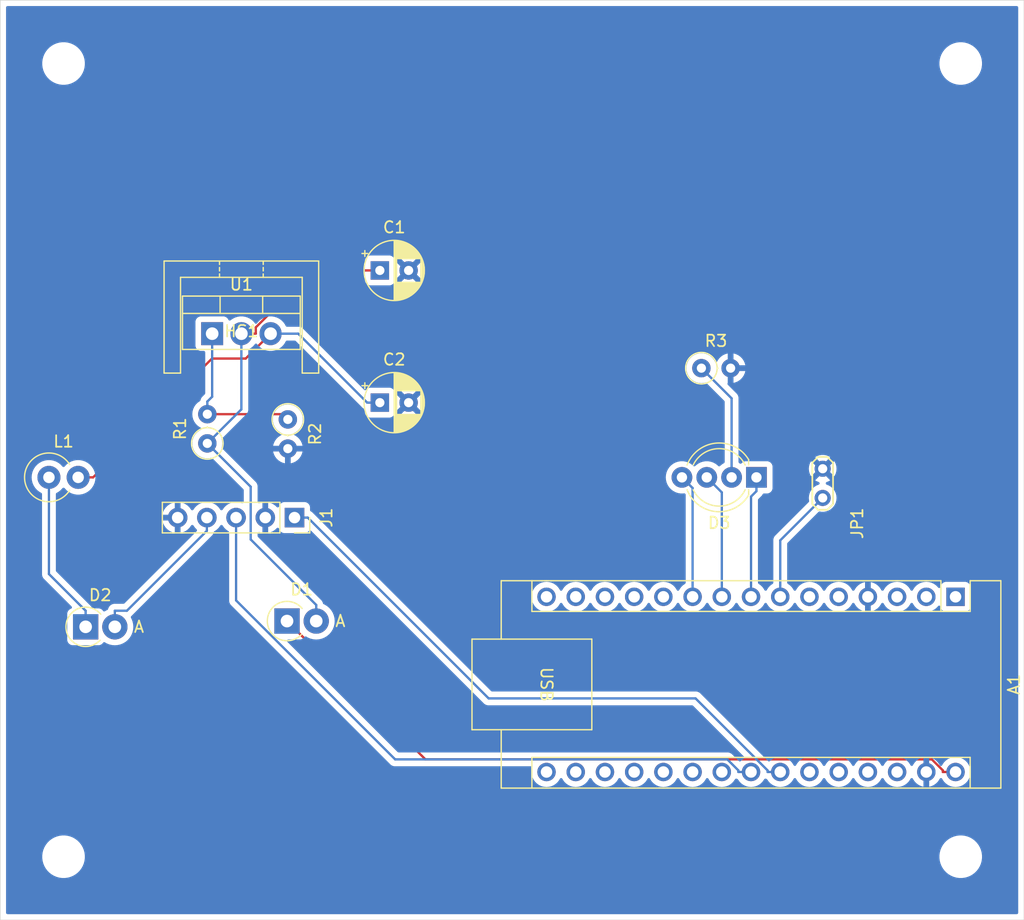
<source format=kicad_pcb>
(kicad_pcb (version 20240108) (generator "pcbnew") (generator_version "8.0")
  (layers (0 "F.Cu" signal) (31 "B.Cu" signal) (34 "B.Paste" user) (35 "F.Paste" user) (36 "B.SilkS" user "B.Silkscreen") (37 "F.SilkS" user "F.Silkscreen") (38 "B.Mask" user) (39 "F.Mask" user) (44 "Edge.Cuts" user))
  (net 0 "")
  (net 4 "Net-(A1-D6)")
  (net 5 "Net-(A1-D7)")
  (net 9 "GND")
  (net 11 "SDA")
  (net 18 "SCL")
  (net 21 "Net-(A1-D5)")
  (net 26 "Net-(A1-D4)")
  (net 27 "Net-(A1-VIN)")
  (net 30 "Net-(D1-A)")
  (net 31 "Net-(U1-VI)")
  (net 32 "Net-(D2-A)")
  (net 33 "Net-(D2-K)")
  (net 34 "Net-(D3-K)")
  (net 35 "Net-(U1-ADJ)")
  (footprint "MountingHole:MountingHole_3.2mm_M3" (layer "F.Cu") (at 178 50)
    (property "Reference" "H2" (hide yes))
    (property "Value" "MountingHole" (hide yes))
    (pad "" np_thru_hole circle (at 0 0) (size 3.2 3.2) (drill 3.2) (layers "*.Cu" "*.Mask"))
  )
  (footprint "Module:Arduino_Nano" (layer "F.Cu") (at 177.55 96.39 -90)
    (property "Reference" "A1" (at 7.62 -5.08 90) (layer "F.SilkS"))
    (property "Value" "Arduino_Nano_v3.x")
    (fp_line (start 3.68 42.04) (end 3.68 31.62) (stroke (width 0.12)) (layer "F.SilkS"))
    (fp_line (start 11.56 42.04) (end 3.68 42.04) (stroke (width 0.12)) (layer "F.SilkS"))
    (fp_line (start -1.4 39.5) (end 3.68 39.5) (stroke (width 0.12)) (layer "F.SilkS"))
    (fp_line (start 16.64 39.5) (end 11.56 39.5) (stroke (width 0.12)) (layer "F.SilkS"))
    (fp_line (start 16.64 39.5) (end 16.64 -3.94) (stroke (width 0.12)) (layer "F.SilkS"))
    (fp_line (start 1.27 36.83) (end -1.4 36.83) (stroke (width 0.12)) (layer "F.SilkS"))
    (fp_line (start 13.97 36.83) (end 16.64 36.83) (stroke (width 0.12)) (layer "F.SilkS"))
    (fp_line (start 3.68 31.62) (end 11.56 31.62) (stroke (width 0.12)) (layer "F.SilkS"))
    (fp_line (start 11.56 31.62) (end 11.56 42.04) (stroke (width 0.12)) (layer "F.SilkS"))
    (fp_line (start -1.4 1.27) (end -1.4 39.5) (stroke (width 0.12)) (layer "F.SilkS"))
    (fp_line (start 1.27 1.27) (end 1.27 36.83) (stroke (width 0.12)) (layer "F.SilkS"))
    (fp_line (start 1.27 1.27) (end -1.4 1.27) (stroke (width 0.12)) (layer "F.SilkS"))
    (fp_line (start 1.27 1.27) (end 1.27 -1.27) (stroke (width 0.12)) (layer "F.SilkS"))
    (fp_line (start 1.27 -1.27) (end -1.4 -1.27) (stroke (width 0.12)) (layer "F.SilkS"))
    (fp_line (start 13.97 -1.27) (end 13.97 36.83) (stroke (width 0.12)) (layer "F.SilkS"))
    (fp_line (start 13.97 -1.27) (end 16.64 -1.27) (stroke (width 0.12)) (layer "F.SilkS"))
    (fp_line (start -1.4 -3.94) (end -1.4 -1.27) (stroke (width 0.12)) (layer "F.SilkS"))
    (fp_line (start 16.64 -3.94) (end -1.4 -3.94) (stroke (width 0.12)) (layer "F.SilkS"))
    (fp_text user "USB" (at 7.62 35.56 -90) (layer "F.SilkS"))
    (pad "1" thru_hole rect (at 0 0 270) (size 1.6 1.6) (drill 1) (layers "*.Cu" "*.Mask"))
    (pad "2" thru_hole oval (at 0 2.54 270) (size 1.6 1.6) (drill 1) (layers "*.Cu" "*.Mask"))
    (pad "3" thru_hole oval (at 0 5.08 270) (size 1.6 1.6) (drill 1) (layers "*.Cu" "*.Mask"))
    (pad "4" thru_hole oval (at 0 7.62 270) (size 1.6 1.6) (drill 1) (layers "*.Cu" "*.Mask") (net 9 "GND"))
    (pad "5" thru_hole oval (at 0 10.16 270) (size 1.6 1.6) (drill 1) (layers "*.Cu" "*.Mask"))
    (pad "6" thru_hole oval (at 0 12.7 270) (size 1.6 1.6) (drill 1) (layers "*.Cu" "*.Mask"))
    (pad "7" thru_hole oval (at 0 15.24 270) (size 1.6 1.6) (drill 1) (layers "*.Cu" "*.Mask") (net 26 "Net-(A1-D4)"))
    (pad "8" thru_hole oval (at 0 17.78 270) (size 1.6 1.6) (drill 1) (layers "*.Cu" "*.Mask") (net 21 "Net-(A1-D5)"))
    (pad "9" thru_hole oval (at 0 20.32 270) (size 1.6 1.6) (drill 1) (layers "*.Cu" "*.Mask") (net 4 "Net-(A1-D6)"))
    (pad "10" thru_hole oval (at 0 22.86 270) (size 1.6 1.6) (drill 1) (layers "*.Cu" "*.Mask") (net 5 "Net-(A1-D7)"))
    (pad "11" thru_hole oval (at 0 25.4 270) (size 1.6 1.6) (drill 1) (layers "*.Cu" "*.Mask"))
    (pad "12" thru_hole oval (at 0 27.94 270) (size 1.6 1.6) (drill 1) (layers "*.Cu" "*.Mask"))
    (pad "13" thru_hole oval (at 0 30.48 270) (size 1.6 1.6) (drill 1) (layers "*.Cu" "*.Mask"))
    (pad "14" thru_hole oval (at 0 33.02 270) (size 1.6 1.6) (drill 1) (layers "*.Cu" "*.Mask"))
    (pad "15" thru_hole oval (at 0 35.56 270) (size 1.6 1.6) (drill 1) (layers "*.Cu" "*.Mask"))
    (pad "16" thru_hole oval (at 15.24 35.56 270) (size 1.6 1.6) (drill 1) (layers "*.Cu" "*.Mask"))
    (pad "17" thru_hole oval (at 15.24 33.02 270) (size 1.6 1.6) (drill 1) (layers "*.Cu" "*.Mask"))
    (pad "18" thru_hole oval (at 15.24 30.48 270) (size 1.6 1.6) (drill 1) (layers "*.Cu" "*.Mask"))
    (pad "19" thru_hole oval (at 15.24 27.94 270) (size 1.6 1.6) (drill 1) (layers "*.Cu" "*.Mask"))
    (pad "20" thru_hole oval (at 15.24 25.4 270) (size 1.6 1.6) (drill 1) (layers "*.Cu" "*.Mask"))
    (pad "21" thru_hole oval (at 15.24 22.86 270) (size 1.6 1.6) (drill 1) (layers "*.Cu" "*.Mask"))
    (pad "22" thru_hole oval (at 15.24 20.32 270) (size 1.6 1.6) (drill 1) (layers "*.Cu" "*.Mask"))
    (pad "23" thru_hole oval (at 15.24 17.78 270) (size 1.6 1.6) (drill 1) (layers "*.Cu" "*.Mask") (net 11 "SDA"))
    (pad "24" thru_hole oval (at 15.24 15.24 270) (size 1.6 1.6) (drill 1) (layers "*.Cu" "*.Mask") (net 18 "SCL"))
    (pad "25" thru_hole oval (at 15.24 12.7 270) (size 1.6 1.6) (drill 1) (layers "*.Cu" "*.Mask"))
    (pad "26" thru_hole oval (at 15.24 10.16 270) (size 1.6 1.6) (drill 1) (layers "*.Cu" "*.Mask"))
    (pad "27" thru_hole oval (at 15.24 7.62 270) (size 1.6 1.6) (drill 1) (layers "*.Cu" "*.Mask"))
    (pad "28" thru_hole oval (at 15.24 5.08 270) (size 1.6 1.6) (drill 1) (layers "*.Cu" "*.Mask"))
    (pad "29" thru_hole oval (at 15.24 2.54 270) (size 1.6 1.6) (drill 1) (layers "*.Cu" "*.Mask") (net 9 "GND"))
    (pad "30" thru_hole oval (at 15.24 0 270) (size 1.6 1.6) (drill 1) (layers "*.Cu" "*.Mask") (net 27 "Net-(A1-VIN)"))
  )
  (footprint "Connector_PinSocket_2.54mm:PinSocket_1x05_P2.54mm_Vertical" (layer "F.Cu") (at 120.08 89.5 -90)
    (property "Reference" "J1" (at 0 -2.77 90) (layer "F.SilkS"))
    (property "Value" "to_5din_connector")
    (fp_line (start -1.33 11.49) (end 1.33 11.49) (stroke (width 0.12)) (layer "F.SilkS"))
    (fp_line (start -1.33 1.27) (end -1.33 11.49) (stroke (width 0.12)) (layer "F.SilkS"))
    (fp_line (start -1.33 1.27) (end 1.33 1.27) (stroke (width 0.12)) (layer "F.SilkS"))
    (fp_line (start 1.33 1.27) (end 1.33 11.49) (stroke (width 0.12)) (layer "F.SilkS"))
    (fp_line (start 0 -1.33) (end 1.33 -1.33) (stroke (width 0.12)) (layer "F.SilkS"))
    (fp_line (start 1.33 -1.33) (end 1.33 0) (stroke (width 0.12)) (layer "F.SilkS"))
    (pad "1" thru_hole rect (at 0 0 270) (size 1.7 1.7) (drill 1) (layers "*.Cu" "*.Mask") (net 18 "SCL"))
    (pad "2" thru_hole oval (at 0 2.54 270) (size 1.7 1.7) (drill 1) (layers "*.Cu" "*.Mask") (net 9 "GND"))
    (pad "3" thru_hole oval (at 0 5.08 270) (size 1.7 1.7) (drill 1) (layers "*.Cu" "*.Mask") (net 11 "SDA"))
    (pad "4" thru_hole oval (at 0 7.62 270) (size 1.7 1.7) (drill 1) (layers "*.Cu" "*.Mask") (net 32 "Net-(D2-A)"))
    (pad "5" thru_hole oval (at 0 10.16 270) (size 1.7 1.7) (drill 1) (layers "*.Cu" "*.Mask") (net 9 "GND"))
  )
  (footprint "Resistor_THT:R_Axial_DIN0207_L6.3mm_D2.5mm_P2.54mm_Vertical" (layer "F.Cu") (at 112.5 83.045 90)
    (property "Reference" "R1" (at 1.27 -2.37 -90) (layer "F.SilkS"))
    (property "Value" "240")
    (fp_line (start 1.37 0) (end 1.44 0) (stroke (width 0.12)) (layer "F.SilkS"))
    (fp_circle (center 0 0) (end 1.37 0) (stroke (width 0.12)) (fill none) (layer "F.SilkS"))
    (pad "1" thru_hole circle (at 0 0 90) (size 1.6 1.6) (drill 0.8) (layers "*.Cu" "*.Mask") (net 30 "Net-(D1-A)"))
    (pad "2" thru_hole oval (at 2.54 0 90) (size 1.6 1.6) (drill 0.8) (layers "*.Cu" "*.Mask") (net 35 "Net-(U1-ADJ)"))
  )
  (footprint "Resistor_THT:R_Axial_DIN0207_L6.3mm_D2.5mm_P2.54mm_Vertical" (layer "F.Cu") (at 155.455 76.5)
    (property "Reference" "R3" (at 1.27 -2.37 0) (layer "F.SilkS"))
    (property "Value" "2200")
    (fp_line (start 1.37 0) (end 1.44 0) (stroke (width 0.12)) (layer "F.SilkS"))
    (fp_circle (center 0 0) (end 1.37 0) (stroke (width 0.12)) (fill none) (layer "F.SilkS"))
    (pad "1" thru_hole circle (at 0 0) (size 1.6 1.6) (drill 0.8) (layers "*.Cu" "*.Mask") (net 34 "Net-(D3-K)"))
    (pad "2" thru_hole oval (at 2.54 0) (size 1.6 1.6) (drill 0.8) (layers "*.Cu" "*.Mask") (net 9 "GND"))
  )
  (footprint "Heatsink:Heatsink_Stonecold_HS-S02_13.21x9.53mm" (layer "F.Cu") (at 115.46 67.29)
    (property "Reference" "HS1" (at 0 6 0) (layer "F.SilkS"))
    (property "Value" "Heatsink")
    (fp_line (start -6.72 -0.11) (end -6.72 9.64) (stroke (width 0.12)) (layer "F.SilkS"))
    (fp_line (start -6.72 -0.11) (end 6.72 -0.11) (stroke (width 0.12)) (layer "F.SilkS"))
    (fp_line (start -6.72 9.64) (end -5.29 9.64) (stroke (width 0.12)) (layer "F.SilkS"))
    (fp_line (start -5.29 1.31) (end 5.29 1.31) (stroke (width 0.12)) (layer "F.SilkS"))
    (fp_line (start -5.29 9.64) (end -5.29 1.31) (stroke (width 0.12)) (layer "F.SilkS"))
    (fp_line (start -1.9 -0.11) (end -1.9 0.19) (stroke (width 0.12)) (layer "F.SilkS"))
    (fp_line (start -1.9 0.45) (end -1.9 0.75) (stroke (width 0.12)) (layer "F.SilkS"))
    (fp_line (start -1.9 1.01) (end -1.9 1.31) (stroke (width 0.12)) (layer "F.SilkS"))
    (fp_line (start 1.9 -0.11) (end 1.9 0.19) (stroke (width 0.12)) (layer "F.SilkS"))
    (fp_line (start 1.9 0.45) (end 1.9 0.75) (stroke (width 0.12)) (layer "F.SilkS"))
    (fp_line (start 1.9 1.01) (end 1.9 1.31) (stroke (width 0.12)) (layer "F.SilkS"))
    (fp_line (start 5.29 1.31) (end 5.29 9.64) (stroke (width 0.12)) (layer "F.SilkS"))
    (fp_line (start 5.29 9.64) (end 6.72 9.64) (stroke (width 0.12)) (layer "F.SilkS"))
    (fp_line (start 6.72 -0.11) (end 6.72 9.64) (stroke (width 0.12)) (layer "F.SilkS"))
  )
  (footprint "TestPoint:TestPoint_2Pads_Pitch2.54mm_Drill0.8mm" (layer "F.Cu") (at 166 85.25 -90)
    (property "Reference" "JP1" (at 4.75 -3 90) (layer "F.SilkS"))
    (property "Value" "debug_on")
    (fp_line (start -0.53 0.9) (end -1.03 0.4) (stroke (width 0.15)) (layer "F.SilkS"))
    (fp_line (start 3.07 0.9) (end -0.53 0.9) (stroke (width 0.15)) (layer "F.SilkS"))
    (fp_line (start -1.03 0.4) (end -1.03 -0.4) (stroke (width 0.15)) (layer "F.SilkS"))
    (fp_line (start 3.57 0.4) (end 3.07 0.9) (stroke (width 0.15)) (layer "F.SilkS"))
    (fp_line (start -1.03 -0.4) (end -0.53 -0.9) (stroke (width 0.15)) (layer "F.SilkS"))
    (fp_line (start 3.57 -0.4) (end 3.57 0.4) (stroke (width 0.15)) (layer "F.SilkS"))
    (fp_line (start -0.53 -0.9) (end 3.07 -0.9) (stroke (width 0.15)) (layer "F.SilkS"))
    (fp_line (start 3.07 -0.9) (end 3.57 -0.4) (stroke (width 0.15)) (layer "F.SilkS"))
    (pad "1" thru_hole circle (at 0 0 270) (size 1.4 1.4) (drill 0.8) (layers "*.Cu" "*.Mask") (net 9 "GND"))
    (pad "2" thru_hole circle (at 2.54 0 270) (size 1.4 1.4) (drill 0.8) (layers "*.Cu" "*.Mask") (net 26 "Net-(A1-D4)"))
  )
  (footprint "MountingHole:MountingHole_3.2mm_M3" (layer "F.Cu") (at 178 119)
    (property "Reference" "H4" (hide yes))
    (property "Value" "MountingHole" (hide yes))
    (pad "" np_thru_hole circle (at 0 0) (size 3.2 3.2) (drill 3.2) (layers "*.Cu" "*.Mask"))
  )
  (footprint "Capacitor_THT:CP_Radial_D5.0mm_P2.50mm" (layer "F.Cu") (at 127.5 68)
    (property "Reference" "C1" (at 1.25 -3.75 0) (layer "F.SilkS"))
    (property "Value" "1u")
    (fp_line (start -1.554775 -1.475) (end -1.054775 -1.475) (stroke (width 0.12)) (layer "F.SilkS"))
    (fp_line (start -1.304775 -1.725) (end -1.304775 -1.225) (stroke (width 0.12)) (layer "F.SilkS"))
    (fp_line (start 1.25 -2.58) (end 1.25 2.58) (stroke (width 0.12)) (layer "F.SilkS"))
    (fp_line (start 1.29 -2.58) (end 1.29 2.58) (stroke (width 0.12)) (layer "F.SilkS"))
    (fp_line (start 1.33 -2.579) (end 1.33 2.579) (stroke (width 0.12)) (layer "F.SilkS"))
    (fp_line (start 1.37 -2.578) (end 1.37 2.578) (stroke (width 0.12)) (layer "F.SilkS"))
    (fp_line (start 1.41 -2.576) (end 1.41 2.576) (stroke (width 0.12)) (layer "F.SilkS"))
    (fp_line (start 1.45 -2.573) (end 1.45 2.573) (stroke (width 0.12)) (layer "F.SilkS"))
    (fp_line (start 1.49 -2.569) (end 1.49 -1.04) (stroke (width 0.12)) (layer "F.SilkS"))
    (fp_line (start 1.49 1.04) (end 1.49 2.569) (stroke (width 0.12)) (layer "F.SilkS"))
    (fp_line (start 1.53 -2.565) (end 1.53 -1.04) (stroke (width 0.12)) (layer "F.SilkS"))
    (fp_line (start 1.53 1.04) (end 1.53 2.565) (stroke (width 0.12)) (layer "F.SilkS"))
    (fp_line (start 1.57 -2.561) (end 1.57 -1.04) (stroke (width 0.12)) (layer "F.SilkS"))
    (fp_line (start 1.57 1.04) (end 1.57 2.561) (stroke (width 0.12)) (layer "F.SilkS"))
    (fp_line (start 1.61 -2.556) (end 1.61 -1.04) (stroke (width 0.12)) (layer "F.SilkS"))
    (fp_line (start 1.61 1.04) (end 1.61 2.556) (stroke (width 0.12)) (layer "F.SilkS"))
    (fp_line (start 1.65 -2.55) (end 1.65 -1.04) (stroke (width 0.12)) (layer "F.SilkS"))
    (fp_line (start 1.65 1.04) (end 1.65 2.55) (stroke (width 0.12)) (layer "F.SilkS"))
    (fp_line (start 1.69 -2.543) (end 1.69 -1.04) (stroke (width 0.12)) (layer "F.SilkS"))
    (fp_line (start 1.69 1.04) (end 1.69 2.543) (stroke (width 0.12)) (layer "F.SilkS"))
    (fp_line (start 1.73 -2.536) (end 1.73 -1.04) (stroke (width 0.12)) (layer "F.SilkS"))
    (fp_line (start 1.73 1.04) (end 1.73 2.536) (stroke (width 0.12)) (layer "F.SilkS"))
    (fp_line (start 1.77 -2.528) (end 1.77 -1.04) (stroke (width 0.12)) (layer "F.SilkS"))
    (fp_line (start 1.77 1.04) (end 1.77 2.528) (stroke (width 0.12)) (layer "F.SilkS"))
    (fp_line (start 1.81 -2.52) (end 1.81 -1.04) (stroke (width 0.12)) (layer "F.SilkS"))
    (fp_line (start 1.81 1.04) (end 1.81 2.52) (stroke (width 0.12)) (layer "F.SilkS"))
    (fp_line (start 1.85 -2.511) (end 1.85 -1.04) (stroke (width 0.12)) (layer "F.SilkS"))
    (fp_line (start 1.85 1.04) (end 1.85 2.511) (stroke (width 0.12)) (layer "F.SilkS"))
    (fp_line (start 1.89 -2.501) (end 1.89 -1.04) (stroke (width 0.12)) (layer "F.SilkS"))
    (fp_line (start 1.89 1.04) (end 1.89 2.501) (stroke (width 0.12)) (layer "F.SilkS"))
    (fp_line (start 1.93 -2.491) (end 1.93 -1.04) (stroke (width 0.12)) (layer "F.SilkS"))
    (fp_line (start 1.93 1.04) (end 1.93 2.491) (stroke (width 0.12)) (layer "F.SilkS"))
    (fp_line (start 1.971 -2.48) (end 1.971 -1.04) (stroke (width 0.12)) (layer "F.SilkS"))
    (fp_line (start 1.971 1.04) (end 1.971 2.48) (stroke (width 0.12)) (layer "F.SilkS"))
    (fp_line (start 2.011 -2.468) (end 2.011 -1.04) (stroke (width 0.12)) (layer "F.SilkS"))
    (fp_line (start 2.011 1.04) (end 2.011 2.468) (stroke (width 0.12)) (layer "F.SilkS"))
    (fp_line (start 2.051 -2.455) (end 2.051 -1.04) (stroke (width 0.12)) (layer "F.SilkS"))
    (fp_line (start 2.051 1.04) (end 2.051 2.455) (stroke (width 0.12)) (layer "F.SilkS"))
    (fp_line (start 2.091 -2.442) (end 2.091 -1.04) (stroke (width 0.12)) (layer "F.SilkS"))
    (fp_line (start 2.091 1.04) (end 2.091 2.442) (stroke (width 0.12)) (layer "F.SilkS"))
    (fp_line (start 2.131 -2.428) (end 2.131 -1.04) (stroke (width 0.12)) (layer "F.SilkS"))
    (fp_line (start 2.131 1.04) (end 2.131 2.428) (stroke (width 0.12)) (layer "F.SilkS"))
    (fp_line (start 2.171 -2.414) (end 2.171 -1.04) (stroke (width 0.12)) (layer "F.SilkS"))
    (fp_line (start 2.171 1.04) (end 2.171 2.414) (stroke (width 0.12)) (layer "F.SilkS"))
    (fp_line (start 2.211 -2.398) (end 2.211 -1.04) (stroke (width 0.12)) (layer "F.SilkS"))
    (fp_line (start 2.211 1.04) (end 2.211 2.398) (stroke (width 0.12)) (layer "F.SilkS"))
    (fp_line (start 2.251 -2.382) (end 2.251 -1.04) (stroke (width 0.12)) (layer "F.SilkS"))
    (fp_line (start 2.251 1.04) (end 2.251 2.382) (stroke (width 0.12)) (layer "F.SilkS"))
    (fp_line (start 2.291 -2.365) (end 2.291 -1.04) (stroke (width 0.12)) (layer "F.SilkS"))
    (fp_line (start 2.291 1.04) (end 2.291 2.365) (stroke (width 0.12)) (layer "F.SilkS"))
    (fp_line (start 2.331 -2.348) (end 2.331 -1.04) (stroke (width 0.12)) (layer "F.SilkS"))
    (fp_line (start 2.331 1.04) (end 2.331 2.348) (stroke (width 0.12)) (layer "F.SilkS"))
    (fp_line (start 2.371 -2.329) (end 2.371 -1.04) (stroke (width 0.12)) (layer "F.SilkS"))
    (fp_line (start 2.371 1.04) (end 2.371 2.329) (stroke (width 0.12)) (layer "F.SilkS"))
    (fp_line (start 2.411 -2.31) (end 2.411 -1.04) (stroke (width 0.12)) (layer "F.SilkS"))
    (fp_line (start 2.411 1.04) (end 2.411 2.31) (stroke (width 0.12)) (layer "F.SilkS"))
    (fp_line (start 2.451 -2.29) (end 2.451 -1.04) (stroke (width 0.12)) (layer "F.SilkS"))
    (fp_line (start 2.451 1.04) (end 2.451 2.29) (stroke (width 0.12)) (layer "F.SilkS"))
    (fp_line (start 2.491 -2.268) (end 2.491 -1.04) (stroke (width 0.12)) (layer "F.SilkS"))
    (fp_line (start 2.491 1.04) (end 2.491 2.268) (stroke (width 0.12)) (layer "F.SilkS"))
    (fp_line (start 2.531 -2.247) (end 2.531 -1.04) (stroke (width 0.12)) (layer "F.SilkS"))
    (fp_line (start 2.531 1.04) (end 2.531 2.247) (stroke (width 0.12)) (layer "F.SilkS"))
    (fp_line (start 2.571 -2.224) (end 2.571 -1.04) (stroke (width 0.12)) (layer "F.SilkS"))
    (fp_line (start 2.571 1.04) (end 2.571 2.224) (stroke (width 0.12)) (layer "F.SilkS"))
    (fp_line (start 2.611 -2.2) (end 2.611 -1.04) (stroke (width 0.12)) (layer "F.SilkS"))
    (fp_line (start 2.611 1.04) (end 2.611 2.2) (stroke (width 0.12)) (layer "F.SilkS"))
    (fp_line (start 2.651 -2.175) (end 2.651 -1.04) (stroke (width 0.12)) (layer "F.SilkS"))
    (fp_line (start 2.651 1.04) (end 2.651 2.175) (stroke (width 0.12)) (layer "F.SilkS"))
    (fp_line (start 2.691 -2.149) (end 2.691 -1.04) (stroke (width 0.12)) (layer "F.SilkS"))
    (fp_line (start 2.691 1.04) (end 2.691 2.149) (stroke (width 0.12)) (layer "F.SilkS"))
    (fp_line (start 2.731 -2.122) (end 2.731 -1.04) (stroke (width 0.12)) (layer "F.SilkS"))
    (fp_line (start 2.731 1.04) (end 2.731 2.122) (stroke (width 0.12)) (layer "F.SilkS"))
    (fp_line (start 2.771 -2.095) (end 2.771 -1.04) (stroke (width 0.12)) (layer "F.SilkS"))
    (fp_line (start 2.771 1.04) (end 2.771 2.095) (stroke (width 0.12)) (layer "F.SilkS"))
    (fp_line (start 2.811 -2.065) (end 2.811 -1.04) (stroke (width 0.12)) (layer "F.SilkS"))
    (fp_line (start 2.811 1.04) (end 2.811 2.065) (stroke (width 0.12)) (layer "F.SilkS"))
    (fp_line (start 2.851 -2.035) (end 2.851 -1.04) (stroke (width 0.12)) (layer "F.SilkS"))
    (fp_line (start 2.851 1.04) (end 2.851 2.035) (stroke (width 0.12)) (layer "F.SilkS"))
    (fp_line (start 2.891 -2.004) (end 2.891 -1.04) (stroke (width 0.12)) (layer "F.SilkS"))
    (fp_line (start 2.891 1.04) (end 2.891 2.004) (stroke (width 0.12)) (layer "F.SilkS"))
    (fp_line (start 2.931 -1.971) (end 2.931 -1.04) (stroke (width 0.12)) (layer "F.SilkS"))
    (fp_line (start 2.931 1.04) (end 2.931 1.971) (stroke (width 0.12)) (layer "F.SilkS"))
    (fp_line (start 2.971 -1.937) (end 2.971 -1.04) (stroke (width 0.12)) (layer "F.SilkS"))
    (fp_line (start 2.971 1.04) (end 2.971 1.937) (stroke (width 0.12)) (layer "F.SilkS"))
    (fp_line (start 3.011 -1.901) (end 3.011 -1.04) (stroke (width 0.12)) (layer "F.SilkS"))
    (fp_line (start 3.011 1.04) (end 3.011 1.901) (stroke (width 0.12)) (layer "F.SilkS"))
    (fp_line (start 3.051 -1.864) (end 3.051 -1.04) (stroke (width 0.12)) (layer "F.SilkS"))
    (fp_line (start 3.051 1.04) (end 3.051 1.864) (stroke (width 0.12)) (layer "F.SilkS"))
    (fp_line (start 3.091 -1.826) (end 3.091 -1.04) (stroke (width 0.12)) (layer "F.SilkS"))
    (fp_line (start 3.091 1.04) (end 3.091 1.826) (stroke (width 0.12)) (layer "F.SilkS"))
    (fp_line (start 3.131 -1.785) (end 3.131 -1.04) (stroke (width 0.12)) (layer "F.SilkS"))
    (fp_line (start 3.131 1.04) (end 3.131 1.785) (stroke (width 0.12)) (layer "F.SilkS"))
    (fp_line (start 3.171 -1.743) (end 3.171 -1.04) (stroke (width 0.12)) (layer "F.SilkS"))
    (fp_line (start 3.171 1.04) (end 3.171 1.743) (stroke (width 0.12)) (layer "F.SilkS"))
    (fp_line (start 3.211 -1.699) (end 3.211 -1.04) (stroke (width 0.12)) (layer "F.SilkS"))
    (fp_line (start 3.211 1.04) (end 3.211 1.699) (stroke (width 0.12)) (layer "F.SilkS"))
    (fp_line (start 3.251 -1.653) (end 3.251 -1.04) (stroke (width 0.12)) (layer "F.SilkS"))
    (fp_line (start 3.251 1.04) (end 3.251 1.653) (stroke (width 0.12)) (layer "F.SilkS"))
    (fp_line (start 3.291 -1.605) (end 3.291 -1.04) (stroke (width 0.12)) (layer "F.SilkS"))
    (fp_line (start 3.291 1.04) (end 3.291 1.605) (stroke (width 0.12)) (layer "F.SilkS"))
    (fp_line (start 3.331 -1.554) (end 3.331 -1.04) (stroke (width 0.12)) (layer "F.SilkS"))
    (fp_line (start 3.331 1.04) (end 3.331 1.554) (stroke (width 0.12)) (layer "F.SilkS"))
    (fp_line (start 3.371 -1.5) (end 3.371 -1.04) (stroke (width 0.12)) (layer "F.SilkS"))
    (fp_line (start 3.371 1.04) (end 3.371 1.5) (stroke (width 0.12)) (layer "F.SilkS"))
    (fp_line (start 3.411 -1.443) (end 3.411 -1.04) (stroke (width 0.12)) (layer "F.SilkS"))
    (fp_line (start 3.411 1.04) (end 3.411 1.443) (stroke (width 0.12)) (layer "F.SilkS"))
    (fp_line (start 3.451 -1.383) (end 3.451 -1.04) (stroke (width 0.12)) (layer "F.SilkS"))
    (fp_line (start 3.451 1.04) (end 3.451 1.383) (stroke (width 0.12)) (layer "F.SilkS"))
    (fp_line (start 3.491 -1.319) (end 3.491 -1.04) (stroke (width 0.12)) (layer "F.SilkS"))
    (fp_line (start 3.491 1.04) (end 3.491 1.319) (stroke (width 0.12)) (layer "F.SilkS"))
    (fp_line (start 3.531 -1.251) (end 3.531 -1.04) (stroke (width 0.12)) (layer "F.SilkS"))
    (fp_line (start 3.531 1.04) (end 3.531 1.251) (stroke (width 0.12)) (layer "F.SilkS"))
    (fp_line (start 3.571 -1.178) (end 3.571 1.178) (stroke (width 0.12)) (layer "F.SilkS"))
    (fp_line (start 3.611 -1.098) (end 3.611 1.098) (stroke (width 0.12)) (layer "F.SilkS"))
    (fp_line (start 3.651 -1.011) (end 3.651 1.011) (stroke (width 0.12)) (layer "F.SilkS"))
    (fp_line (start 3.691 -0.915) (end 3.691 0.915) (stroke (width 0.12)) (layer "F.SilkS"))
    (fp_line (start 3.731 -0.805) (end 3.731 0.805) (stroke (width 0.12)) (layer "F.SilkS"))
    (fp_line (start 3.771 -0.677) (end 3.771 0.677) (stroke (width 0.12)) (layer "F.SilkS"))
    (fp_line (start 3.811 -0.518) (end 3.811 0.518) (stroke (width 0.12)) (layer "F.SilkS"))
    (fp_line (start 3.851 -0.284) (end 3.851 0.284) (stroke (width 0.12)) (layer "F.SilkS"))
    (fp_circle (center 1.25 0) (end 3.87 0) (stroke (width 0.12)) (fill none) (layer "F.SilkS"))
    (pad "1" thru_hole rect (at 0 0) (size 1.6 1.6) (drill 0.8) (layers "*.Cu" "*.Mask") (net 30 "Net-(D1-A)"))
    (pad "2" thru_hole circle (at 2.5 0) (size 1.6 1.6) (drill 0.8) (layers "*.Cu" "*.Mask") (net 9 "GND"))
  )
  (footprint "Diode_THT:D_DO-41_SOD81_P2.54mm_Vertical_AnodeUp" (layer "F.Cu") (at 119.4282 98.5)
    (property "Reference" "D1" (at 1.27 -2.750635 0) (layer "F.SilkS"))
    (property "Value" "1N5819")
    (fp_arc (start 1.251551 1.167366) (mid -1.710877 -0.044974) (end 1.311153 -1.1) (stroke (width 0.12)) (layer "F.SilkS"))
    (fp_text user "A" (at 4.64 0 0) (layer "F.SilkS"))
    (pad "1" thru_hole rect (at 0 0) (size 2.2 2.2) (drill 1.1) (layers "*.Cu" "*.Mask") (net 27 "Net-(A1-VIN)"))
    (pad "2" thru_hole oval (at 2.54 0) (size 2.2 2.2) (drill 1.1) (layers "*.Cu" "*.Mask") (net 30 "Net-(D1-A)"))
  )
  (footprint "Capacitor_THT:CP_Radial_D5.0mm_P2.50mm" (layer "F.Cu") (at 127.5 79.5)
    (property "Reference" "C2" (at 1.25 -3.75 0) (layer "F.SilkS"))
    (property "Value" "0.1u")
    (fp_line (start -1.554775 -1.475) (end -1.054775 -1.475) (stroke (width 0.12)) (layer "F.SilkS"))
    (fp_line (start -1.304775 -1.725) (end -1.304775 -1.225) (stroke (width 0.12)) (layer "F.SilkS"))
    (fp_line (start 1.25 -2.58) (end 1.25 2.58) (stroke (width 0.12)) (layer "F.SilkS"))
    (fp_line (start 1.29 -2.58) (end 1.29 2.58) (stroke (width 0.12)) (layer "F.SilkS"))
    (fp_line (start 1.33 -2.579) (end 1.33 2.579) (stroke (width 0.12)) (layer "F.SilkS"))
    (fp_line (start 1.37 -2.578) (end 1.37 2.578) (stroke (width 0.12)) (layer "F.SilkS"))
    (fp_line (start 1.41 -2.576) (end 1.41 2.576) (stroke (width 0.12)) (layer "F.SilkS"))
    (fp_line (start 1.45 -2.573) (end 1.45 2.573) (stroke (width 0.12)) (layer "F.SilkS"))
    (fp_line (start 1.49 -2.569) (end 1.49 -1.04) (stroke (width 0.12)) (layer "F.SilkS"))
    (fp_line (start 1.49 1.04) (end 1.49 2.569) (stroke (width 0.12)) (layer "F.SilkS"))
    (fp_line (start 1.53 -2.565) (end 1.53 -1.04) (stroke (width 0.12)) (layer "F.SilkS"))
    (fp_line (start 1.53 1.04) (end 1.53 2.565) (stroke (width 0.12)) (layer "F.SilkS"))
    (fp_line (start 1.57 -2.561) (end 1.57 -1.04) (stroke (width 0.12)) (layer "F.SilkS"))
    (fp_line (start 1.57 1.04) (end 1.57 2.561) (stroke (width 0.12)) (layer "F.SilkS"))
    (fp_line (start 1.61 -2.556) (end 1.61 -1.04) (stroke (width 0.12)) (layer "F.SilkS"))
    (fp_line (start 1.61 1.04) (end 1.61 2.556) (stroke (width 0.12)) (layer "F.SilkS"))
    (fp_line (start 1.65 -2.55) (end 1.65 -1.04) (stroke (width 0.12)) (layer "F.SilkS"))
    (fp_line (start 1.65 1.04) (end 1.65 2.55) (stroke (width 0.12)) (layer "F.SilkS"))
    (fp_line (start 1.69 -2.543) (end 1.69 -1.04) (stroke (width 0.12)) (layer "F.SilkS"))
    (fp_line (start 1.69 1.04) (end 1.69 2.543) (stroke (width 0.12)) (layer "F.SilkS"))
    (fp_line (start 1.73 -2.536) (end 1.73 -1.04) (stroke (width 0.12)) (layer "F.SilkS"))
    (fp_line (start 1.73 1.04) (end 1.73 2.536) (stroke (width 0.12)) (layer "F.SilkS"))
    (fp_line (start 1.77 -2.528) (end 1.77 -1.04) (stroke (width 0.12)) (layer "F.SilkS"))
    (fp_line (start 1.77 1.04) (end 1.77 2.528) (stroke (width 0.12)) (layer "F.SilkS"))
    (fp_line (start 1.81 -2.52) (end 1.81 -1.04) (stroke (width 0.12)) (layer "F.SilkS"))
    (fp_line (start 1.81 1.04) (end 1.81 2.52) (stroke (width 0.12)) (layer "F.SilkS"))
    (fp_line (start 1.85 -2.511) (end 1.85 -1.04) (stroke (width 0.12)) (layer "F.SilkS"))
    (fp_line (start 1.85 1.04) (end 1.85 2.511) (stroke (width 0.12)) (layer "F.SilkS"))
    (fp_line (start 1.89 -2.501) (end 1.89 -1.04) (stroke (width 0.12)) (layer "F.SilkS"))
    (fp_line (start 1.89 1.04) (end 1.89 2.501) (stroke (width 0.12)) (layer "F.SilkS"))
    (fp_line (start 1.93 -2.491) (end 1.93 -1.04) (stroke (width 0.12)) (layer "F.SilkS"))
    (fp_line (start 1.93 1.04) (end 1.93 2.491) (stroke (width 0.12)) (layer "F.SilkS"))
    (fp_line (start 1.971 -2.48) (end 1.971 -1.04) (stroke (width 0.12)) (layer "F.SilkS"))
    (fp_line (start 1.971 1.04) (end 1.971 2.48) (stroke (width 0.12)) (layer "F.SilkS"))
    (fp_line (start 2.011 -2.468) (end 2.011 -1.04) (stroke (width 0.12)) (layer "F.SilkS"))
    (fp_line (start 2.011 1.04) (end 2.011 2.468) (stroke (width 0.12)) (layer "F.SilkS"))
    (fp_line (start 2.051 -2.455) (end 2.051 -1.04) (stroke (width 0.12)) (layer "F.SilkS"))
    (fp_line (start 2.051 1.04) (end 2.051 2.455) (stroke (width 0.12)) (layer "F.SilkS"))
    (fp_line (start 2.091 -2.442) (end 2.091 -1.04) (stroke (width 0.12)) (layer "F.SilkS"))
    (fp_line (start 2.091 1.04) (end 2.091 2.442) (stroke (width 0.12)) (layer "F.SilkS"))
    (fp_line (start 2.131 -2.428) (end 2.131 -1.04) (stroke (width 0.12)) (layer "F.SilkS"))
    (fp_line (start 2.131 1.04) (end 2.131 2.428) (stroke (width 0.12)) (layer "F.SilkS"))
    (fp_line (start 2.171 -2.414) (end 2.171 -1.04) (stroke (width 0.12)) (layer "F.SilkS"))
    (fp_line (start 2.171 1.04) (end 2.171 2.414) (stroke (width 0.12)) (layer "F.SilkS"))
    (fp_line (start 2.211 -2.398) (end 2.211 -1.04) (stroke (width 0.12)) (layer "F.SilkS"))
    (fp_line (start 2.211 1.04) (end 2.211 2.398) (stroke (width 0.12)) (layer "F.SilkS"))
    (fp_line (start 2.251 -2.382) (end 2.251 -1.04) (stroke (width 0.12)) (layer "F.SilkS"))
    (fp_line (start 2.251 1.04) (end 2.251 2.382) (stroke (width 0.12)) (layer "F.SilkS"))
    (fp_line (start 2.291 -2.365) (end 2.291 -1.04) (stroke (width 0.12)) (layer "F.SilkS"))
    (fp_line (start 2.291 1.04) (end 2.291 2.365) (stroke (width 0.12)) (layer "F.SilkS"))
    (fp_line (start 2.331 -2.348) (end 2.331 -1.04) (stroke (width 0.12)) (layer "F.SilkS"))
    (fp_line (start 2.331 1.04) (end 2.331 2.348) (stroke (width 0.12)) (layer "F.SilkS"))
    (fp_line (start 2.371 -2.329) (end 2.371 -1.04) (stroke (width 0.12)) (layer "F.SilkS"))
    (fp_line (start 2.371 1.04) (end 2.371 2.329) (stroke (width 0.12)) (layer "F.SilkS"))
    (fp_line (start 2.411 -2.31) (end 2.411 -1.04) (stroke (width 0.12)) (layer "F.SilkS"))
    (fp_line (start 2.411 1.04) (end 2.411 2.31) (stroke (width 0.12)) (layer "F.SilkS"))
    (fp_line (start 2.451 -2.29) (end 2.451 -1.04) (stroke (width 0.12)) (layer "F.SilkS"))
    (fp_line (start 2.451 1.04) (end 2.451 2.29) (stroke (width 0.12)) (layer "F.SilkS"))
    (fp_line (start 2.491 -2.268) (end 2.491 -1.04) (stroke (width 0.12)) (layer "F.SilkS"))
    (fp_line (start 2.491 1.04) (end 2.491 2.268) (stroke (width 0.12)) (layer "F.SilkS"))
    (fp_line (start 2.531 -2.247) (end 2.531 -1.04) (stroke (width 0.12)) (layer "F.SilkS"))
    (fp_line (start 2.531 1.04) (end 2.531 2.247) (stroke (width 0.12)) (layer "F.SilkS"))
    (fp_line (start 2.571 -2.224) (end 2.571 -1.04) (stroke (width 0.12)) (layer "F.SilkS"))
    (fp_line (start 2.571 1.04) (end 2.571 2.224) (stroke (width 0.12)) (layer "F.SilkS"))
    (fp_line (start 2.611 -2.2) (end 2.611 -1.04) (stroke (width 0.12)) (layer "F.SilkS"))
    (fp_line (start 2.611 1.04) (end 2.611 2.2) (stroke (width 0.12)) (layer "F.SilkS"))
    (fp_line (start 2.651 -2.175) (end 2.651 -1.04) (stroke (width 0.12)) (layer "F.SilkS"))
    (fp_line (start 2.651 1.04) (end 2.651 2.175) (stroke (width 0.12)) (layer "F.SilkS"))
    (fp_line (start 2.691 -2.149) (end 2.691 -1.04) (stroke (width 0.12)) (layer "F.SilkS"))
    (fp_line (start 2.691 1.04) (end 2.691 2.149) (stroke (width 0.12)) (layer "F.SilkS"))
    (fp_line (start 2.731 -2.122) (end 2.731 -1.04) (stroke (width 0.12)) (layer "F.SilkS"))
    (fp_line (start 2.731 1.04) (end 2.731 2.122) (stroke (width 0.12)) (layer "F.SilkS"))
    (fp_line (start 2.771 -2.095) (end 2.771 -1.04) (stroke (width 0.12)) (layer "F.SilkS"))
    (fp_line (start 2.771 1.04) (end 2.771 2.095) (stroke (width 0.12)) (layer "F.SilkS"))
    (fp_line (start 2.811 -2.065) (end 2.811 -1.04) (stroke (width 0.12)) (layer "F.SilkS"))
    (fp_line (start 2.811 1.04) (end 2.811 2.065) (stroke (width 0.12)) (layer "F.SilkS"))
    (fp_line (start 2.851 -2.035) (end 2.851 -1.04) (stroke (width 0.12)) (layer "F.SilkS"))
    (fp_line (start 2.851 1.04) (end 2.851 2.035) (stroke (width 0.12)) (layer "F.SilkS"))
    (fp_line (start 2.891 -2.004) (end 2.891 -1.04) (stroke (width 0.12)) (layer "F.SilkS"))
    (fp_line (start 2.891 1.04) (end 2.891 2.004) (stroke (width 0.12)) (layer "F.SilkS"))
    (fp_line (start 2.931 -1.971) (end 2.931 -1.04) (stroke (width 0.12)) (layer "F.SilkS"))
    (fp_line (start 2.931 1.04) (end 2.931 1.971) (stroke (width 0.12)) (layer "F.SilkS"))
    (fp_line (start 2.971 -1.937) (end 2.971 -1.04) (stroke (width 0.12)) (layer "F.SilkS"))
    (fp_line (start 2.971 1.04) (end 2.971 1.937) (stroke (width 0.12)) (layer "F.SilkS"))
    (fp_line (start 3.011 -1.901) (end 3.011 -1.04) (stroke (width 0.12)) (layer "F.SilkS"))
    (fp_line (start 3.011 1.04) (end 3.011 1.901) (stroke (width 0.12)) (layer "F.SilkS"))
    (fp_line (start 3.051 -1.864) (end 3.051 -1.04) (stroke (width 0.12)) (layer "F.SilkS"))
    (fp_line (start 3.051 1.04) (end 3.051 1.864) (stroke (width 0.12)) (layer "F.SilkS"))
    (fp_line (start 3.091 -1.826) (end 3.091 -1.04) (stroke (width 0.12)) (layer "F.SilkS"))
    (fp_line (start 3.091 1.04) (end 3.091 1.826) (stroke (width 0.12)) (layer "F.SilkS"))
    (fp_line (start 3.131 -1.785) (end 3.131 -1.04) (stroke (width 0.12)) (layer "F.SilkS"))
    (fp_line (start 3.131 1.04) (end 3.131 1.785) (stroke (width 0.12)) (layer "F.SilkS"))
    (fp_line (start 3.171 -1.743) (end 3.171 -1.04) (stroke (width 0.12)) (layer "F.SilkS"))
    (fp_line (start 3.171 1.04) (end 3.171 1.743) (stroke (width 0.12)) (layer "F.SilkS"))
    (fp_line (start 3.211 -1.699) (end 3.211 -1.04) (stroke (width 0.12)) (layer "F.SilkS"))
    (fp_line (start 3.211 1.04) (end 3.211 1.699) (stroke (width 0.12)) (layer "F.SilkS"))
    (fp_line (start 3.251 -1.653) (end 3.251 -1.04) (stroke (width 0.12)) (layer "F.SilkS"))
    (fp_line (start 3.251 1.04) (end 3.251 1.653) (stroke (width 0.12)) (layer "F.SilkS"))
    (fp_line (start 3.291 -1.605) (end 3.291 -1.04) (stroke (width 0.12)) (layer "F.SilkS"))
    (fp_line (start 3.291 1.04) (end 3.291 1.605) (stroke (width 0.12)) (layer "F.SilkS"))
    (fp_line (start 3.331 -1.554) (end 3.331 -1.04) (stroke (width 0.12)) (layer "F.SilkS"))
    (fp_line (start 3.331 1.04) (end 3.331 1.554) (stroke (width 0.12)) (layer "F.SilkS"))
    (fp_line (start 3.371 -1.5) (end 3.371 -1.04) (stroke (width 0.12)) (layer "F.SilkS"))
    (fp_line (start 3.371 1.04) (end 3.371 1.5) (stroke (width 0.12)) (layer "F.SilkS"))
    (fp_line (start 3.411 -1.443) (end 3.411 -1.04) (stroke (width 0.12)) (layer "F.SilkS"))
    (fp_line (start 3.411 1.04) (end 3.411 1.443) (stroke (width 0.12)) (layer "F.SilkS"))
    (fp_line (start 3.451 -1.383) (end 3.451 -1.04) (stroke (width 0.12)) (layer "F.SilkS"))
    (fp_line (start 3.451 1.04) (end 3.451 1.383) (stroke (width 0.12)) (layer "F.SilkS"))
    (fp_line (start 3.491 -1.319) (end 3.491 -1.04) (stroke (width 0.12)) (layer "F.SilkS"))
    (fp_line (start 3.491 1.04) (end 3.491 1.319) (stroke (width 0.12)) (layer "F.SilkS"))
    (fp_line (start 3.531 -1.251) (end 3.531 -1.04) (stroke (width 0.12)) (layer "F.SilkS"))
    (fp_line (start 3.531 1.04) (end 3.531 1.251) (stroke (width 0.12)) (layer "F.SilkS"))
    (fp_line (start 3.571 -1.178) (end 3.571 1.178) (stroke (width 0.12)) (layer "F.SilkS"))
    (fp_line (start 3.611 -1.098) (end 3.611 1.098) (stroke (width 0.12)) (layer "F.SilkS"))
    (fp_line (start 3.651 -1.011) (end 3.651 1.011) (stroke (width 0.12)) (layer "F.SilkS"))
    (fp_line (start 3.691 -0.915) (end 3.691 0.915) (stroke (width 0.12)) (layer "F.SilkS"))
    (fp_line (start 3.731 -0.805) (end 3.731 0.805) (stroke (width 0.12)) (layer "F.SilkS"))
    (fp_line (start 3.771 -0.677) (end 3.771 0.677) (stroke (width 0.12)) (layer "F.SilkS"))
    (fp_line (start 3.811 -0.518) (end 3.811 0.518) (stroke (width 0.12)) (layer "F.SilkS"))
    (fp_line (start 3.851 -0.284) (end 3.851 0.284) (stroke (width 0.12)) (layer "F.SilkS"))
    (fp_circle (center 1.25 0) (end 3.87 0) (stroke (width 0.12)) (fill none) (layer "F.SilkS"))
    (pad "1" thru_hole rect (at 0 0) (size 1.6 1.6) (drill 0.8) (layers "*.Cu" "*.Mask") (net 31 "Net-(U1-VI)"))
    (pad "2" thru_hole circle (at 2.5 0) (size 1.6 1.6) (drill 0.8) (layers "*.Cu" "*.Mask") (net 9 "GND"))
  )
  (footprint "LED_THT:LED_D5.0mm-4_RGB_Wide_Pins" (layer "F.Cu") (at 160.24 86 180)
    (property "Reference" "D3" (at 3.2385 -3.96 180) (layer "F.SilkS"))
    (property "Value" "LED_RKGB")
    (fp_line (start 0.6785 1.08) (end 0.6785 1.545) (stroke (width 0.12)) (layer "F.SilkS"))
    (fp_line (start 0.6785 -1.545) (end 0.6785 -1.08) (stroke (width 0.12)) (layer "F.SilkS"))
    (fp_arc (start 6.026315 1.080827) (mid 3.496956 2.978808) (end 0.6785 1.54483) (stroke (width 0.12)) (layer "F.SilkS"))
    (fp_arc (start 5.492979 1.080429) (mid 3.238262 2.5) (end 0.983816 1.08) (stroke (width 0.12)) (layer "F.SilkS"))
    (fp_arc (start 0.983816 -1.08) (mid 3.238262 -2.5) (end 5.492979 -1.080429) (stroke (width 0.12)) (layer "F.SilkS"))
    (fp_arc (start 0.6785 -1.54483) (mid 3.496956 -2.978809) (end 6.026315 -1.080827) (stroke (width 0.12)) (layer "F.SilkS"))
    (pad "1" thru_hole rect (at 0 0 180) (size 1.8 1.8) (drill 0.9) (layers "*.Cu" "*.Mask") (net 21 "Net-(A1-D5)"))
    (pad "2" thru_hole circle (at 2.159 0 180) (size 1.8 1.8) (drill 0.9) (layers "*.Cu" "*.Mask") (net 34 "Net-(D3-K)"))
    (pad "3" thru_hole circle (at 4.318 0 180) (size 1.8 1.8) (drill 0.9) (layers "*.Cu" "*.Mask") (net 4 "Net-(A1-D6)"))
    (pad "4" thru_hole circle (at 6.477 0 180) (size 1.8 1.8) (drill 0.9) (layers "*.Cu" "*.Mask") (net 5 "Net-(A1-D7)"))
  )
  (footprint "Package_TO_SOT_THT:TO-220-3_Vertical" (layer "F.Cu") (at 112.92 73.5)
    (property "Reference" "U1" (at 2.54 -4.27 0) (layer "F.SilkS"))
    (property "Value" "LM317_TO-220")
    (fp_line (start -2.58 -3.27) (end -2.58 1.371) (stroke (width 0.12)) (layer "F.SilkS"))
    (fp_line (start -2.58 -3.27) (end 7.66 -3.27) (stroke (width 0.12)) (layer "F.SilkS"))
    (fp_line (start -2.58 -1.76) (end 7.66 -1.76) (stroke (width 0.12)) (layer "F.SilkS"))
    (fp_line (start -2.58 1.371) (end 7.66 1.371) (stroke (width 0.12)) (layer "F.SilkS"))
    (fp_line (start 0.69 -3.27) (end 0.69 -1.76) (stroke (width 0.12)) (layer "F.SilkS"))
    (fp_line (start 4.391 -3.27) (end 4.391 -1.76) (stroke (width 0.12)) (layer "F.SilkS"))
    (fp_line (start 7.66 -3.27) (end 7.66 1.371) (stroke (width 0.12)) (layer "F.SilkS"))
    (pad "1" thru_hole rect (at 0 0) (size 1.905 2) (drill 1.1) (layers "*.Cu" "*.Mask") (net 35 "Net-(U1-ADJ)"))
    (pad "2" thru_hole oval (at 2.54 0) (size 1.905 2) (drill 1.1) (layers "*.Cu" "*.Mask") (net 30 "Net-(D1-A)"))
    (pad "3" thru_hole oval (at 5.08 0) (size 1.905 2) (drill 1.1) (layers "*.Cu" "*.Mask") (net 31 "Net-(U1-VI)"))
  )
  (footprint "MountingHole:MountingHole_3.2mm_M3" (layer "F.Cu") (at 100 119)
    (property "Reference" "H3" (hide yes))
    (property "Value" "MountingHole" (hide yes))
    (pad "" np_thru_hole circle (at 0 0) (size 3.2 3.2) (drill 3.2) (layers "*.Cu" "*.Mask"))
  )
  (footprint "Diode_THT:D_DO-41_SOD81_P2.54mm_Vertical_AnodeUp" (layer "F.Cu") (at 101.92 99)
    (property "Reference" "D2" (at 1.27 -2.750635 0) (layer "F.SilkS"))
    (property "Value" "1N5819")
    (fp_arc (start 1.251551 1.167366) (mid -1.710877 -0.044974) (end 1.311153 -1.1) (stroke (width 0.12)) (layer "F.SilkS"))
    (fp_text user "A" (at 4.64 0 0) (layer "F.SilkS"))
    (pad "1" thru_hole rect (at 0 0) (size 2.2 2.2) (drill 1.1) (layers "*.Cu" "*.Mask") (net 33 "Net-(D2-K)"))
    (pad "2" thru_hole oval (at 2.54 0) (size 2.2 2.2) (drill 1.1) (layers "*.Cu" "*.Mask") (net 32 "Net-(D2-A)"))
  )
  (footprint "Inductor_THT:L_Axial_L9.5mm_D4.0mm_P2.54mm_Vertical_Fastron_SMCC" (layer "F.Cu") (at 98.73 86)
    (property "Reference" "L1" (at 1.27 -3.12 0) (layer "F.SilkS"))
    (property "Value" "1uH")
    (fp_arc (start 1.8 1.12) (mid -2.12 0) (end 1.8 -1.12) (stroke (width 0.12)) (layer "F.SilkS"))
    (pad "1" thru_hole circle (at 0 0) (size 2 2) (drill 1) (layers "*.Cu" "*.Mask") (net 33 "Net-(D2-K)"))
    (pad "2" thru_hole oval (at 2.54 0) (size 2 2) (drill 1) (layers "*.Cu" "*.Mask") (net 31 "Net-(U1-VI)"))
  )
  (footprint "Resistor_THT:R_Axial_DIN0207_L6.3mm_D2.5mm_P2.54mm_Vertical" (layer "F.Cu") (at 119.5 80.96 -90)
    (property "Reference" "R2" (at 1.27 -2.37 90) (layer "F.SilkS"))
    (property "Value" "1200")
    (fp_line (start 1.37 0) (end 1.44 0) (stroke (width 0.12)) (layer "F.SilkS"))
    (fp_circle (center 0 0) (end 1.37 0) (stroke (width 0.12)) (fill none) (layer "F.SilkS"))
    (pad "1" thru_hole circle (at 0 0 270) (size 1.6 1.6) (drill 0.8) (layers "*.Cu" "*.Mask") (net 35 "Net-(U1-ADJ)"))
    (pad "2" thru_hole oval (at 2.54 0 270) (size 1.6 1.6) (drill 0.8) (layers "*.Cu" "*.Mask") (net 9 "GND"))
  )
  (footprint "MountingHole:MountingHole_3.2mm_M3" (layer "F.Cu") (at 100 50)
    (property "Reference" "H1" (hide yes))
    (property "Value" "MountingHole" (hide yes))
    (pad "" np_thru_hole circle (at 0 0) (size 3.2 3.2) (drill 3.2) (layers "*.Cu" "*.Mask"))
  )
  (gr_line (start 183.5 124.5) (end 94.5 124.5) (stroke (width 0.05)) (layer "Edge.Cuts"))
  (gr_line (start 94.5 44.5) (end 183.5 44.5) (stroke (width 0.05)) (layer "Edge.Cuts"))
  (gr_line (start 94.5 124.5) (end 94.5 44.5) (stroke (width 0.05)) (layer "Edge.Cuts"))
  (gr_line (start 183.5 44.5) (end 183.5 124.5) (stroke (width 0.05)) (layer "Edge.Cuts"))
  (segment (start 157.23 87.308) (end 155.922 86) (width 0.2) (layer "B.Cu") (net 4))
  (segment (start 157.23 96.39) (end 157.23 87.308) (width 0.2) (layer "B.Cu") (net 4))
  (segment (start 154.69 86.927) (end 153.763 86) (width 0.2) (layer "B.Cu") (net 5))
  (segment (start 154.69 96.39) (end 154.69 86.927) (width 0.2) (layer "B.Cu") (net 5))
  (segment (start 159.77 111.63) (end 158.6699 111.63) (width 0.2) (layer "B.Cu") (net 11))
  (segment (start 158.6699 111.4924) (end 157.7074 110.5299) (width 0.2) (layer "B.Cu") (net 11))
  (segment (start 157.7074 110.5299) (end 128.8282 110.5299) (width 0.2) (layer "B.Cu") (net 11))
  (segment (start 158.6699 111.63) (end 158.6699 111.4924) (width 0.2) (layer "B.Cu") (net 11))
  (segment (start 128.8282 110.5299) (end 115 96.7017) (width 0.2) (layer "B.Cu") (net 11))
  (segment (start 115 96.7017) (end 115 89.5) (width 0.2) (layer "B.Cu") (net 11))
  (segment (start 161.2099 111.63) (end 161.2099 111.4925) (width 0.2) (layer "B.Cu") (net 18))
  (segment (start 162.31 111.63) (end 161.2099 111.63) (width 0.2) (layer "B.Cu") (net 18))
  (segment (start 136.9572 105.2271) (end 121.2301 89.5) (width 0.2) (layer "B.Cu") (net 18))
  (segment (start 120.08 89.5) (end 121.2301 89.5) (width 0.2) (layer "B.Cu") (net 18))
  (segment (start 161.2099 111.4925) (end 154.9445 105.2271) (width 0.2) (layer "B.Cu") (net 18))
  (segment (start 154.9445 105.2271) (end 136.9572 105.2271) (width 0.2) (layer "B.Cu") (net 18))
  (segment (start 159.77 87.6701) (end 160.24 87.2001) (width 0.2) (layer "B.Cu") (net 21))
  (segment (start 160.24 86) (end 160.24 87.2001) (width 0.2) (layer "B.Cu") (net 21))
  (segment (start 159.77 96.39) (end 159.77 87.6701) (width 0.2) (layer "B.Cu") (net 21))
  (segment (start 162.31 96.39) (end 162.31 91.48) (width 0.2) (layer "B.Cu") (net 26))
  (segment (start 162.31 91.48) (end 166 87.79) (width 0.2) (layer "B.Cu") (net 26))
  (segment (start 177.55 111.63) (end 176.4499 111.63) (width 0.2) (layer "F.Cu") (net 27))
  (segment (start 131.4581 110.5299) (end 119.4282 98.5) (width 0.2) (layer "F.Cu") (net 27))
  (segment (start 175.4874 110.5299) (end 131.4581 110.5299) (width 0.2) (layer "F.Cu") (net 27))
  (segment (start 176.4499 111.4924) (end 175.4874 110.5299) (width 0.2) (layer "F.Cu") (net 27))
  (segment (start 176.4499 111.63) (end 176.4499 111.4924) (width 0.2) (layer "F.Cu") (net 27))
  (segment (start 116.7126 72.952) (end 121.6646 68) (width 0.2) (layer "F.Cu") (net 30))
  (segment (start 121.6646 68) (end 127.5 68) (width 0.2) (layer "F.Cu") (net 30))
  (segment (start 116.7126 73.5) (end 116.7126 72.952) (width 0.2) (layer "F.Cu") (net 30))
  (segment (start 115.46 73.5) (end 116.7126 73.5) (width 0.2) (layer "F.Cu") (net 30))
  (segment (start 116.27 91.4017) (end 116.27 86.815) (width 0.2) (layer "B.Cu") (net 30))
  (segment (start 116.27 86.815) (end 112.5 83.045) (width 0.2) (layer "B.Cu") (net 30))
  (segment (start 121.9682 98.5) (end 121.9682 97.0999) (width 0.2) (layer "B.Cu") (net 30))
  (segment (start 115.46 73.5) (end 115.46 80.085) (width 0.2) (layer "B.Cu") (net 30))
  (segment (start 121.9682 97.0999) (end 116.27 91.4017) (width 0.2) (layer "B.Cu") (net 30))
  (segment (start 115.46 80.085) (end 112.5 83.045) (width 0.2) (layer "B.Cu") (net 30))
  (segment (start 101.27 86) (end 102.5701 86) (width 0.2) (layer "F.Cu") (net 31))
  (segment (start 112.9062 75.6639) (end 115.8361 75.6639) (width 0.2) (layer "F.Cu") (net 31))
  (segment (start 115.8361 75.6639) (end 118 73.5) (width 0.2) (layer "F.Cu") (net 31))
  (segment (start 102.5701 86) (end 112.9062 75.6639) (width 0.2) (layer "F.Cu") (net 31))
  (segment (start 120.3999 73.5) (end 126.3999 79.5) (width 0.2) (layer "B.Cu") (net 31))
  (segment (start 118 73.5) (end 120.3999 73.5) (width 0.2) (layer "B.Cu") (net 31))
  (segment (start 127.5 79.5) (end 126.3999 79.5) (width 0.2) (layer "B.Cu") (net 31))
  (segment (start 104.46 99) (end 104.46 97.5999) (width 0.2) (layer "B.Cu") (net 32))
  (segment (start 105.5102 97.5999) (end 104.46 97.5999) (width 0.2) (layer "B.Cu") (net 32))
  (segment (start 112.46 89.5) (end 112.46 90.6501) (width 0.2) (layer "B.Cu") (net 32))
  (segment (start 112.46 90.6501) (end 105.5102 97.5999) (width 0.2) (layer "B.Cu") (net 32))
  (segment (start 98.73 94.4099) (end 101.92 97.5999) (width 0.2) (layer "B.Cu") (net 33))
  (segment (start 98.73 86) (end 98.73 94.4099) (width 0.2) (layer "B.Cu") (net 33))
  (segment (start 101.92 99) (end 101.92 97.5999) (width 0.2) (layer "B.Cu") (net 33))
  (segment (start 158.081 79.126) (end 155.455 76.5) (width 0.2) (layer "B.Cu") (net 34))
  (segment (start 158.081 86) (end 158.081 79.126) (width 0.2) (layer "B.Cu") (net 34))
  (segment (start 112.5 80.505) (end 119.045 80.505) (width 0.2) (layer "F.Cu") (net 35))
  (segment (start 119.045 80.505) (end 119.5 80.96) (width 0.2) (layer "F.Cu") (net 35))
  (segment (start 112.5 80.505) (end 112.5 79.4049) (width 0.2) (layer "B.Cu") (net 35))
  (segment (start 112.5 79.4049) (end 112.92 78.9849) (width 0.2) (layer "B.Cu") (net 35))
  (segment (start 112.92 78.9849) (end 112.92 73.5) (width 0.2) (layer "B.Cu") (net 35))
  (zone (net 9) (net_name "GND") (layer "B.Cu") (connect_pads (clearance 0.5)) (min_thickness 0.25) (fill yes (thermal_gap 0.5) (thermal_bridge_width 0.5))
    (polygon (pts (xy 95 45) (xy 183 45) (xy 183 124) (xy 95 124)))
  )
)
</source>
